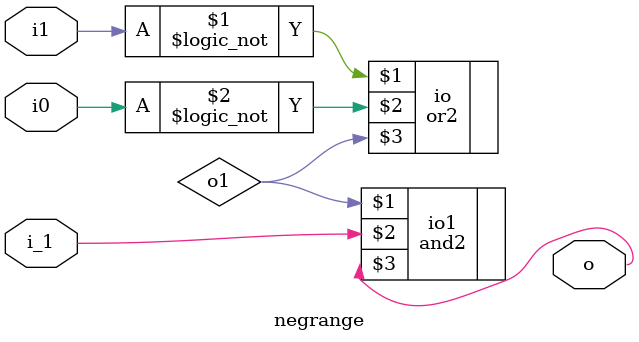
<source format=v>
module libselm(input wire v_1,v0,v1, output wire p_1,p0);
wire o1,o2,o3,o4;
posrange pos(v_1,v0,v1,o1);
zerorange zer(v_1,v0,v1,o2);
negrange neg(v_1,v0,v1,o3);
or2 io(o1,o3,o4);
and2 io0(!o2,o1,p_1);
and3 io1(!o2,!o1,o3,p0);
endmodule

module posrange(input wire i_1,i0,i1, output wire o);
wire o1;
or2 io(i1,i0,o1);
and2 io1(o1,!i_1,o);
endmodule

module zerorange(input wire i_1,i0,i1, output wire o);
wire o1,o2;
and3 io(!i_1,!i0,!i1,o1);
and3 io1(i_1,i0,i1,o2);
or2 io2(o1,o2,o);
endmodule

module negrange(input wire i_1,i0,i1, output wire o);
wire o1;
or2 io(!i1,!i0,o1);
and2 io1(o1,i_1,o);
endmodule

</source>
